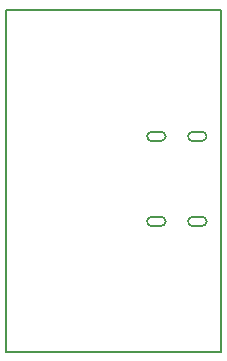
<source format=gm1>
G04 #@! TF.GenerationSoftware,KiCad,Pcbnew,5.0.1*
G04 #@! TF.CreationDate,2018-12-09T07:32:28-08:00*
G04 #@! TF.ProjectId,pmod-samd21-usbu,706D6F642D73616D6432312D75736275,rev?*
G04 #@! TF.SameCoordinates,PX8822960PY9c3a754*
G04 #@! TF.FileFunction,Profile,NP*
%FSLAX46Y46*%
G04 Gerber Fmt 4.6, Leading zero omitted, Abs format (unit mm)*
G04 Created by KiCad (PCBNEW 5.0.1) date Sun 09 Dec 2018 07:32:28 AM PST*
%MOMM*%
%LPD*%
G01*
G04 APERTURE LIST*
%ADD10C,0.150000*%
G04 #@! TA.AperFunction,NonConductor*
%ADD11C,0.200000*%
G04 #@! TD*
G04 APERTURE END LIST*
D10*
X0Y0D02*
X12700Y-12700D01*
X0Y28943300D02*
X0Y0D01*
X18161000Y28943300D02*
X0Y28943300D01*
X18161000Y-12700D02*
X18161000Y28943300D01*
X12700Y-12700D02*
X18161000Y-12700D01*
D11*
G04 #@! TO.C,J3*
X15793560Y18599920D02*
X16553560Y18599920D01*
X12323560Y17799920D02*
G75*
G02X12323560Y18599920I0J400000D01*
G01*
X12323560Y18599920D02*
X13083560Y18599920D01*
X12323560Y17799920D02*
X13083560Y17799920D01*
X13083560Y17799920D02*
G75*
G03X13083560Y18599920I0J400000D01*
G01*
X15793560Y17799920D02*
G75*
G02X15793560Y18599920I0J400000D01*
G01*
X16553560Y17799920D02*
G75*
G03X16553560Y18599920I0J400000D01*
G01*
X15793560Y17799920D02*
X16553560Y17799920D01*
X15793560Y10599920D02*
G75*
G02X15793560Y11399920I0J400000D01*
G01*
X15793560Y11399920D02*
X16553560Y11399920D01*
X15793560Y10599920D02*
X16553560Y10599920D01*
X16553560Y10599920D02*
G75*
G03X16553560Y11399920I0J400000D01*
G01*
X12323560Y10599920D02*
X13083560Y10599920D01*
X12323560Y11399920D02*
X13083560Y11399920D01*
X13083560Y10599920D02*
G75*
G03X13083560Y11399920I0J400000D01*
G01*
X12323560Y10599920D02*
G75*
G02X12323560Y11399920I0J400000D01*
G01*
G04 #@! TD*
M02*

</source>
